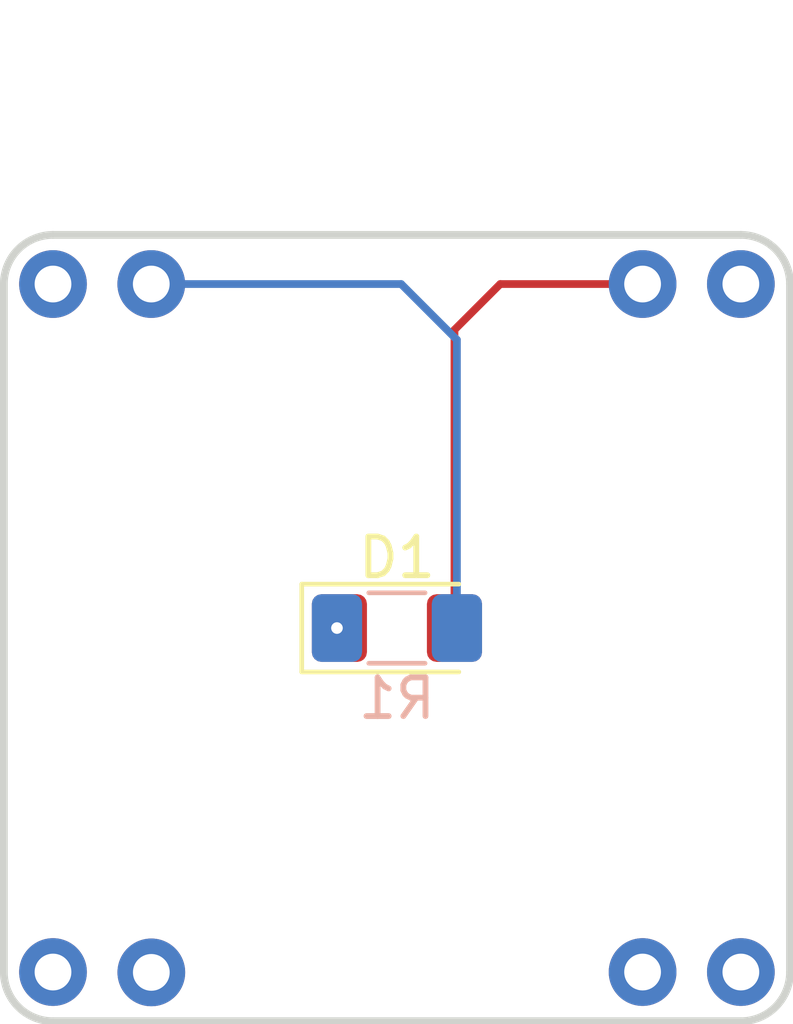
<source format=kicad_pcb>
(kicad_pcb (version 20241229) (generator "pcbnew") (generator_version "9.0")
  (layers (0 "F.Cu" signal) (2 "B.Cu" signal) (13 "F.Paste" user) (15 "B.Paste" user) (5 "F.SilkS" user "F.Silkscreen") (7 "B.SilkS" user "B.Silkscreen") (1 "F.Mask" user) (3 "B.Mask" user) (25 "Edge.Cuts" user))
  (net 0 "")
  (net 1 "Net-(D1-A)")
  (net 2 "Net-(D1-K)")
  (net 3 "Net-(MB1-GND-Pad2)")
  (footprint "MiniBadge:MiniBadge_Simple_Edge_Curved" (layer "F.Cu") (at 150.11 100.11)
    (property "Reference" "MB1")
    (property "Value" "~")
    (fp_line (start -10.16 8.89) (end -10.16 -8.89) (stroke (width 0.2)) (layer "Edge.Cuts"))
    (fp_line (start -8.89 -10.16) (end 8.89 -10.16) (stroke (width 0.2)) (layer "Edge.Cuts"))
    (fp_line (start -8.89 10.16) (end 8.89 10.16) (stroke (width 0.2)) (layer "Edge.Cuts"))
    (fp_line (start 10.16 8.89) (end 10.16 -8.89) (stroke (width 0.2)) (layer "Edge.Cuts"))
    (fp_arc (start -10.16 -8.89) (mid -9.788026 -9.788026) (end -8.89 -10.16) (stroke (width 0.2)) (layer "Edge.Cuts"))
    (fp_arc (start -8.89 10.16) (mid -9.788026 9.788026) (end -10.16 8.89) (stroke (width 0.2)) (layer "Edge.Cuts"))
    (fp_arc (start 8.889999 -10.159999) (mid 9.788025 -9.788025) (end 10.159999 -8.889999) (stroke (width 0.2)) (layer "Edge.Cuts"))
    (fp_arc (start 10.159999 8.889999) (mid 9.788025 9.788025) (end 8.889999 10.159999) (stroke (width 0.2)) (layer "Edge.Cuts"))
    (pad "1" thru_hole circle (at -8.89 -8.89) (size 1.75 1.75) (drill 0.95) (layers "*.Cu" "*.Mask"))
    (pad "2" thru_hole circle (at -6.35 -8.89) (size 1.75 1.75) (drill 0.95) (layers "*.Cu" "*.Mask") (net 3 "Net-(MB1-GND-Pad2)"))
    (pad "7" thru_hole circle (at 6.35 -8.89) (size 1.75 1.75) (drill 0.95) (layers "*.Cu" "*.Mask") (net 1 "Net-(D1-A)"))
    (pad "8" thru_hole circle (at 8.89 -8.89) (size 1.75 1.75) (drill 0.95) (layers "*.Cu" "*.Mask"))
    (pad "9" thru_hole circle (at -8.89 8.89) (size 1.75 1.75) (drill 0.95) (layers "*.Cu" "*.Mask"))
    (pad "10" thru_hole circle (at -6.348548 8.898667) (size 1.75 1.75) (drill 0.95) (layers "*.Cu" "*.Mask"))
    (pad "15" thru_hole circle (at 6.35 8.89) (size 1.75 1.75) (drill 0.95) (layers "*.Cu" "*.Mask"))
    (pad "16" thru_hole circle (at 8.89 8.89) (size 1.75 1.75) (drill 0.95) (layers "*.Cu" "*.Mask"))
  )
  (footprint "LED_SMD:LED_1206_3216Metric_Pad1.42x1.75mm_HandSolder" (layer "F.Cu") (at 150.11 100.11)
    (property "Reference" "D1" (at 0 -1.82 0) (layer "F.SilkS"))
    (property "Value" "LED")
    (fp_line (start -2.46 -1.135) (end -2.46 1.135) (stroke (width 0.12)) (layer "F.SilkS"))
    (fp_line (start -2.46 1.135) (end 1.6 1.135) (stroke (width 0.12)) (layer "F.SilkS"))
    (fp_line (start 1.6 -1.135) (end -2.46 -1.135) (stroke (width 0.12)) (layer "F.SilkS"))
    (pad "1" smd roundrect (at -1.4875 0) (size 1.425 1.75) (layers "F.Cu" "F.Mask" "F.Paste") (roundrect_rratio 0.175439) (net 2 "Net-(D1-K)"))
    (pad "2" smd roundrect (at 1.4875 0) (size 1.425 1.75) (layers "F.Cu" "F.Mask" "F.Paste") (roundrect_rratio 0.175439) (net 1 "Net-(D1-A)"))
  )
  (footprint "Resistor_SMD:R_1206_3216Metric_Pad1.30x1.75mm_HandSolder" (layer "B.Cu") (at 150.11 100.11)
    (property "Reference" "R1" (at 0 1.82 0) (layer "B.SilkS") (effects (justify mirror)))
    (property "Value" "R_US")
    (fp_line (start -0.727064 -0.91) (end 0.727064 -0.91) (stroke (width 0.12)) (layer "B.SilkS"))
    (fp_line (start -0.727064 0.91) (end 0.727064 0.91) (stroke (width 0.12)) (layer "B.SilkS"))
    (pad "1" smd roundrect (at -1.55 0) (size 1.3 1.75) (layers "B.Cu" "B.Mask" "B.Paste") (roundrect_rratio 0.192308) (net 2 "Net-(D1-K)"))
    (pad "2" smd roundrect (at 1.55 0) (size 1.3 1.75) (layers "B.Cu" "B.Mask" "B.Paste") (roundrect_rratio 0.192308) (net 3 "Net-(MB1-GND-Pad2)"))
  )
  (segment (start 152.78 91.22) (end 151.5975 92.4025) (width 0.2) (layer "F.Cu") (net 1))
  (segment (start 151.5975 92.4025) (end 151.5975 100.11) (width 0.2) (layer "F.Cu") (net 1))
  (segment (start 156.46 91.22) (end 152.78 91.22) (width 0.2) (layer "F.Cu") (net 1))
  (via (at 148.56 100.11) (size 0.6) (drill 0.3) (layers "F.Cu" "B.Cu") (net 2))
  (segment (start 151.66 92.66) (end 151.66 100.11) (width 0.2) (layer "B.Cu") (net 3))
  (segment (start 150.22 91.22) (end 151.66 92.66) (width 0.2) (layer "B.Cu") (net 3))
  (segment (start 143.76 91.22) (end 150.22 91.22) (width 0.2) (layer "B.Cu") (net 3))
)
</source>
